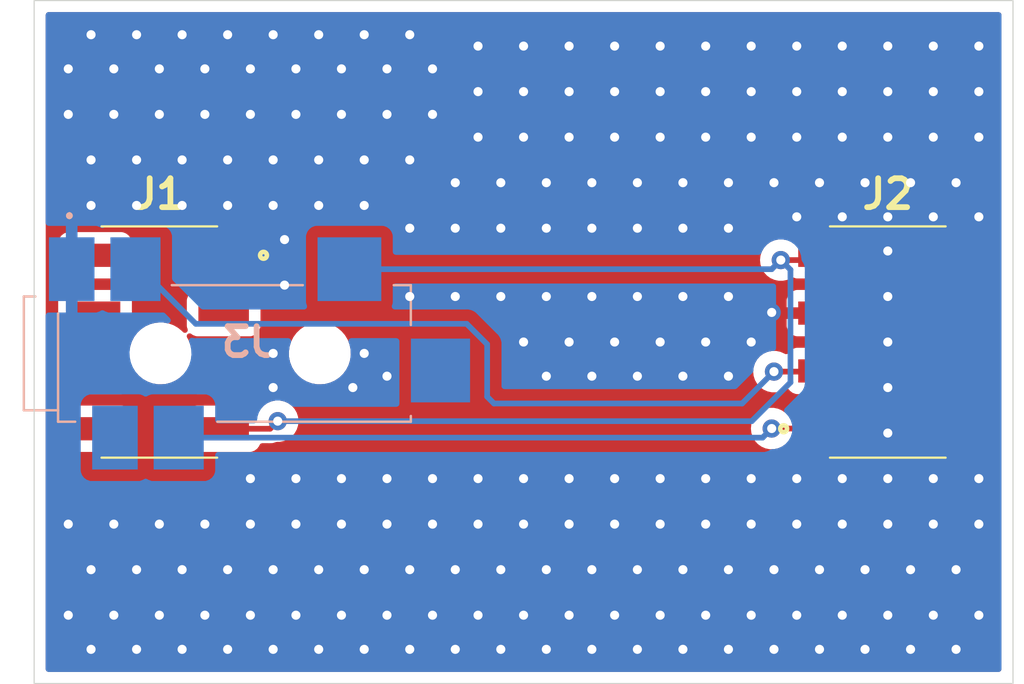
<source format=kicad_pcb>
(kicad_pcb (version 20211014) (generator pcbnew)
  (layers (0 "F.Cu" signal) (31 "B.Cu" signal) (34 "B.Paste" user) (35 "F.Paste" user) (36 "B.SilkS" user "B.Silkscreen") (37 "F.SilkS" user "F.Silkscreen") (38 "B.Mask" user) (39 "F.Mask" user) (44 "Edge.Cuts" user))
  (net 0 "")
  (net 1 "GND")
  (net 2 "+3V3")
  (net 3 "SDA")
  (net 4 "SCL")
  (footprint "BinomicaLabs:SSM-104-XXX-DV" (layer "F.Cu") (at 127 81 90)
    (fp_text reference "J1" (at 6.5 0 180) (layer "F.SilkS") (effects (font (size 1.27 1.27) (thickness 0.254))))
    (fp_text value "M20-8770642R" hide)
    (fp_line (start -5.08 2.54) (end -5.08 -2.54) (layer "F.SilkS") (width 0.1))
    (fp_line (start 5.08 -2.54) (end 5.08 2.54) (layer "F.SilkS") (width 0.1))
    (fp_circle (center 3.81 4.575) (end 3.81 4.625) (layer "F.SilkS") (width 0.2) (fill none))
    (pad "1" smd rect locked (at 3.81 2.825 90) (size 1.02 2.22) (layers "F.Cu" "F.Paste" "F.Mask"))
    (pad "2" smd rect locked (at 3.81 -2.825 90) (size 1.02 2.22) (layers "F.Cu" "F.Paste" "F.Mask"))
    (pad "3" smd rect locked (at 1.27 2.825 90) (size 1.02 2.22) (layers "F.Cu" "F.Paste" "F.Mask"))
    (pad "4" smd rect locked (at 1.27 -2.825 90) (size 1.02 2.22) (layers "F.Cu" "F.Paste" "F.Mask"))
    (pad "5" smd rect locked (at -1.27 2.825 90) (size 1.02 2.22) (layers "F.Cu" "F.Paste" "F.Mask") (net 1 "GND"))
    (pad "6" smd rect locked (at -1.27 -2.825 90) (size 1.02 2.22) (layers "F.Cu" "F.Paste" "F.Mask"))
    (pad "7" smd rect locked (at -3.81 2.825 90) (size 1.02 2.22) (layers "F.Cu" "F.Paste" "F.Mask") (net 2 "+3V3"))
    (pad "8" smd rect locked (at -3.81 -2.825 90) (size 1.02 2.22) (layers "F.Cu" "F.Paste" "F.Mask"))
  )
  (footprint "BinomicaLabs:SSM-104-XXX-DV" (layer "F.Cu") (at 159 81 -90)
    (fp_text reference "J2" (at -6.5 0) (layer "F.SilkS") (effects (font (size 1.27 1.27) (thickness 0.254))))
    (fp_text value "M20-8770642R" hide)
    (fp_line (start -5.08 2.54) (end -5.08 -2.54) (layer "F.SilkS") (width 0.1))
    (fp_line (start 5.08 -2.54) (end 5.08 2.54) (layer "F.SilkS") (width 0.1))
    (fp_circle (center 3.81 4.575) (end 3.81 4.625) (layer "F.SilkS") (width 0.2) (fill none))
    (pad "1" smd rect locked (at 3.81 2.825 270) (size 1.02 2.22) (layers "F.Cu" "F.Paste" "F.Mask") (net 3 "SDA"))
    (pad "2" smd rect locked (at 3.81 -2.825 270) (size 1.02 2.22) (layers "F.Cu" "F.Paste" "F.Mask"))
    (pad "3" smd rect locked (at 1.27 2.825 270) (size 1.02 2.22) (layers "F.Cu" "F.Paste" "F.Mask") (net 4 "SCL"))
    (pad "4" smd rect locked (at 1.27 -2.825 270) (size 1.02 2.22) (layers "F.Cu" "F.Paste" "F.Mask"))
    (pad "5" smd rect locked (at -1.27 2.825 270) (size 1.02 2.22) (layers "F.Cu" "F.Paste" "F.Mask") (net 1 "GND"))
    (pad "6" smd rect locked (at -1.27 -2.825 270) (size 1.02 2.22) (layers "F.Cu" "F.Paste" "F.Mask"))
    (pad "7" smd rect locked (at -3.81 2.825 270) (size 1.02 2.22) (layers "F.Cu" "F.Paste" "F.Mask") (net 2 "+3V3"))
    (pad "8" smd rect locked (at -3.81 -2.825 270) (size 1.02 2.22) (layers "F.Cu" "F.Paste" "F.Mask"))
  )
  (footprint "BinomicaLabs:SJ43514SMTTR" (layer "B.Cu") (at 130.3 81.5)
    (fp_text reference "J3" (at 0.55 -0.5) (layer "B.SilkS") (effects (font (size 1.27 1.27) (thickness 0.254)) (justify mirror)))
    (fp_text value "SJ-43514-SMT-TR" hide)
    (fp_line (start 7.75 -3) (end 7 -3) (layer "B.SilkS") (width 0.1))
    (fp_line (start -7.25 -6) (end -7.25 -6) (layer "B.SilkS") (width 0.2))
    (fp_line (start -9.25 -2.5) (end -9.25 -2.5) (layer "B.SilkS") (width 0.1))
    (fp_line (start -7.75 3) (end -7.75 3) (layer "B.SilkS") (width 0.1))
    (fp_line (start -7.25 -6.1) (end -7.25 -6.1) (layer "B.SilkS") (width 0.2))
    (fp_line (start -9.25 2.5) (end -9.25 2.5) (layer "B.SilkS") (width 0.1))
    (fp_line (start -7.75 -1.75) (end -7.75 3) (layer "B.SilkS") (width 0.1))
    (fp_line (start -7.75 2.5) (end -9.25 2.5) (layer "B.SilkS") (width 0.1))
    (fp_line (start -8.75 -2.5) (end -9.25 -2.5) (layer "B.SilkS") (width 0.1))
    (fp_line (start 7.75 -1.25) (end 7.75 -3) (layer "B.SilkS") (width 0.1))
    (fp_line (start -9.25 2.5) (end -7.75 2.5) (layer "B.SilkS") (width 0.1))
    (fp_line (start -7.25 -6) (end -7.25 -6) (layer "B.SilkS") (width 0.2))
    (fp_line (start -9.25 -2.5) (end -8.75 -2.5) (layer "B.SilkS") (width 0.1))
    (fp_line (start -7.75 -1.75) (end -7.75 -1.75) (layer "B.SilkS") (width 0.1))
    (fp_line (start 7.75 3) (end 7.75 3) (layer "B.SilkS") (width 0.1))
    (fp_line (start -9.25 -2.5) (end -9.25 2.5) (layer "B.SilkS") (width 0.1))
    (fp_line (start 7.75 -1.25) (end 7.75 -1.25) (layer "B.SilkS") (width 0.1))
    (fp_line (start 3 -3) (end -2.75 -3) (layer "B.SilkS") (width 0.1))
    (fp_line (start -9.25 -2.5) (end -9.25 -2.5) (layer "B.SilkS") (width 0.1))
    (fp_line (start 7.75 3) (end 7.75 2.75) (layer "B.SilkS") (width 0.1))
    (fp_line (start -0.75 3) (end 7.75 3) (layer "B.SilkS") (width 0.1))
    (fp_line (start -7 3) (end -7.75 3) (layer "B.SilkS") (width 0.1))
    (fp_line (start -7.75 2.5) (end -7.75 2.5) (layer "B.SilkS") (width 0.1))
    (fp_line (start 7 -3) (end 7.75 -3) (layer "B.SilkS") (width 0.1))
    (fp_line (start -7.75 3) (end -7.75 -1.75) (layer "B.SilkS") (width 0.1))
    (fp_line (start 7.75 -3) (end 7.75 -3) (layer "B.SilkS") (width 0.1))
    (fp_line (start 3 -3) (end 3 -3) (layer "B.SilkS") (width 0.1))
    (fp_line (start 7.75 -3) (end 7.75 -1.25) (layer "B.SilkS") (width 0.1))
    (fp_line (start 7.75 3) (end 7.75 3) (layer "B.SilkS") (width 0.1))
    (fp_line (start 7.75 -3) (end 7.75 -3) (layer "B.SilkS") (width 0.1))
    (fp_line (start -0.75 3) (end -0.75 3) (layer "B.SilkS") (width 0.1))
    (fp_line (start 7.75 2.75) (end 7.75 2.75) (layer "B.SilkS") (width 0.1))
    (fp_line (start 7 -3) (end 7 -3) (layer "B.SilkS") (width 0.1))
    (fp_line (start -2.75 -3) (end -2.75 -3) (layer "B.SilkS") (width 0.1))
    (fp_line (start -7.75 3) (end -7 3) (layer "B.SilkS") (width 0.1))
    (fp_line (start -7 3) (end -7 3) (layer "B.SilkS") (width 0.1))
    (fp_line (start -8.75 -2.5) (end -8.75 -2.5) (layer "B.SilkS") (width 0.1))
    (fp_line (start 7.75 3) (end -0.75 3) (layer "B.SilkS") (width 0.1))
    (fp_line (start -7.75 3) (end -7.75 3) (layer "B.SilkS") (width 0.1))
    (fp_line (start -9.25 2.5) (end -9.25 2.5) (layer "B.SilkS") (width 0.1))
    (fp_line (start -9.25 2.5) (end -9.25 -2.5) (layer "B.SilkS") (width 0.1))
    (fp_line (start 7.75 2.75) (end 7.75 3) (layer "B.SilkS") (width 0.1))
    (fp_line (start -2.75 -3) (end 3 -3) (layer "B.SilkS") (width 0.1))
    (fp_arc (start -7.25 -6.1) (mid -7.2 -6.05) (end -7.25 -6) (layer "B.SilkS") (width 0.2))
    (fp_arc (start -7.25 -6) (mid -7.3 -6.05) (end -7.25 -6.1) (layer "B.SilkS") (width 0.2))
    (fp_arc (start -7.25 -6) (mid -7.3 -6.05) (end -7.25 -6.1) (layer "B.SilkS") (width 0.2))
    (pad "" np_thru_hole circle locked (at 3.75 0) (size 1.7 1.7) (drill 1.7) (layers *.Cu *.Mask))
    (pad "" np_thru_hole circle locked (at -3.25 0) (size 1.7 1.7) (drill 1.7) (layers *.Cu *.Mask))
    (pad "1" smd rect locked (at -7.15 -3.7) (size 2 2.8) (layers "B.Cu" "B.Paste" "B.Mask") (net 1 "GND"))
    (pad "2" smd rect locked (at 5.05 -3.7 270) (size 2.8 2.8) (layers "B.Cu" "B.Paste" "B.Mask") (net 2 "+3V3"))
    (pad "3" smd rect locked (at -2.45 3.7) (size 2.2 2.8) (layers "B.Cu" "B.Paste" "B.Mask") (net 3 "SDA"))
    (pad "4" smd rect locked (at -4.35 -3.7) (size 2.2 2.8) (layers "B.Cu" "B.Paste" "B.Mask") (net 4 "SCL"))
    (pad "5" smd rect locked (at 9.05 0.75) (size 2.6 2.8) (layers "B.Cu" "B.Paste" "B.Mask"))
    (pad "6" smd rect locked (at -5.25 3.7) (size 2 2.8) (layers "B.Cu" "B.Paste" "B.Mask"))
  )
  (gr_rect (start 121.5 66) (end 164.5 96) (layer "Edge.Cuts") (width 0.05) (fill none))
  (via (at 155 70) (size 0.8) (drill 0.4) (layers "F.Cu" "B.Cu") (net 1))
  (via (at 150 76) (size 0.8) (drill 0.4) (layers "F.Cu" "B.Cu") (net 1))
  (via (at 162 91) (size 0.8) (drill 0.4) (layers "F.Cu" "B.Cu") (net 1))
  (via (at 136 94.5) (size 0.8) (drill 0.4) (layers "F.Cu" "B.Cu") (net 1))
  (via (at 126 67.5) (size 0.8) (drill 0.4) (layers "F.Cu" "B.Cu") (net 1))
  (via (at 143 72) (size 0.8) (drill 0.4) (layers "F.Cu" "B.Cu") (net 1))
  (via (at 140 91) (size 0.8) (drill 0.4) (layers "F.Cu" "B.Cu") (net 1))
  (via (at 157 93) (size 0.8) (drill 0.4) (layers "F.Cu" "B.Cu") (net 1))
  (via (at 143 68) (size 0.8) (drill 0.4) (layers "F.Cu" "B.Cu") (net 1))
  (via (at 160 91) (size 0.8) (drill 0.4) (layers "F.Cu" "B.Cu") (net 1))
  (via (at 146 91) (size 0.8) (drill 0.4) (layers "F.Cu" "B.Cu") (net 1))
  (via (at 143 81) (size 0.8) (drill 0.4) (layers "F.Cu" "B.Cu") (net 1))
  (via (at 159 72) (size 0.8) (drill 0.4) (layers "F.Cu" "B.Cu") (net 1))
  (via (at 139 71) (size 0.8) (drill 0.4) (layers "F.Cu" "B.Cu") (net 1))
  (via (at 128 67.5) (size 0.8) (drill 0.4) (layers "F.Cu" "B.Cu") (net 1))
  (via (at 163 89) (size 0.8) (drill 0.4) (layers "F.Cu" "B.Cu") (net 1))
  (via (at 152 74) (size 0.8) (drill 0.4) (layers "F.Cu" "B.Cu") (net 1))
  (via (at 163 87) (size 0.8) (drill 0.4) (layers "F.Cu" "B.Cu") (net 1))
  (via (at 140 79) (size 0.8) (drill 0.4) (layers "F.Cu" "B.Cu") (net 1))
  (via (at 147 70) (size 0.8) (drill 0.4) (layers "F.Cu" "B.Cu") (net 1))
  (via (at 123 71) (size 0.8) (drill 0.4) (layers "F.Cu" "B.Cu") (net 1))
  (via (at 162 74) (size 0.8) (drill 0.4) (layers "F.Cu" "B.Cu") (net 1))
  (via (at 123 69) (size 0.8) (drill 0.4) (layers "F.Cu" "B.Cu") (net 1))
  (via (at 125 89) (size 0.8) (drill 0.4) (layers "F.Cu" "B.Cu") (net 1))
  (via (at 158 91) (size 0.8) (drill 0.4) (layers "F.Cu" "B.Cu") (net 1))
  (via (at 154 74) (size 0.8) (drill 0.4) (layers "F.Cu" "B.Cu") (net 1))
  (via (at 138 67.5) (size 0.8) (drill 0.4) (layers "F.Cu" "B.Cu") (net 1))
  (via (at 137 71) (size 0.8) (drill 0.4) (layers "F.Cu" "B.Cu") (net 1))
  (via (at 161 87) (size 0.8) (drill 0.4) (layers "F.Cu" "B.Cu") (net 1))
  (via (at 128 75) (size 0.8) (drill 0.4) (layers "F.Cu" "B.Cu") (net 1))
  (via (at 159 87) (size 0.8) (drill 0.4) (layers "F.Cu" "B.Cu") (net 1))
  (via (at 150 74) (size 0.8) (drill 0.4) (layers "F.Cu" "B.Cu") (net 1))
  (via (at 137 89) (size 0.8) (drill 0.4) (layers "F.Cu" "B.Cu") (net 1))
  (via (at 124 94.5) (size 0.8) (drill 0.4) (layers "F.Cu" "B.Cu") (net 1))
  (via (at 131 89) (size 0.8) (drill 0.4) (layers "F.Cu" "B.Cu") (net 1))
  (via (at 159 75.5) (size 0.8) (drill 0.4) (layers "F.Cu" "B.Cu") (net 1))
  (via (at 147 68) (size 0.8) (drill 0.4) (layers "F.Cu" "B.Cu") (net 1))
  (via (at 153 87) (size 0.8) (drill 0.4) (layers "F.Cu" "B.Cu") (net 1))
  (via (at 150 79) (size 0.8) (drill 0.4) (layers "F.Cu" "B.Cu") (net 1))
  (via (at 141 89) (size 0.8) (drill 0.4) (layers "F.Cu" "B.Cu") (net 1))
  (via (at 126 91) (size 0.8) (drill 0.4) (layers "F.Cu" "B.Cu") (net 1))
  (via (at 155 68) (size 0.8) (drill 0.4) (layers "F.Cu" "B.Cu") (net 1))
  (via (at 163 68) (size 0.8) (drill 0.4) (layers "F.Cu" "B.Cu") (net 1))
  (via (at 147 87) (size 0.8) (drill 0.4) (layers "F.Cu" "B.Cu") (net 1))
  (via (at 141 93) (size 0.8) (drill 0.4) (layers "F.Cu" "B.Cu") (net 1))
  (via (at 145 87) (size 0.8) (drill 0.4) (layers "F.Cu" "B.Cu") (net 1))
  (via (at 142 76) (size 0.8) (drill 0.4) (layers "F.Cu" "B.Cu") (net 1))
  (via (at 132.5 78.5) (size 0.8) (drill 0.4) (layers "F.Cu" "B.Cu") (net 1))
  (via (at 136 75) (size 0.8) (drill 0.4) (layers "F.Cu" "B.Cu") (net 1))
  (via (at 146 76) (size 0.8) (drill 0.4) (layers "F.Cu" "B.Cu") (net 1))
  (via (at 130 75) (size 0.8) (drill 0.4) (layers "F.Cu" "B.Cu") (net 1))
  (via (at 140 76) (size 0.8) (drill 0.4) (layers "F.Cu" "B.Cu") (net 1))
  (via (at 137 69) (size 0.8) (drill 0.4) (layers "F.Cu" "B.Cu") (net 1))
  (via (at 150 82.5) (size 0.8) (drill 0.4) (layers "F.Cu" "B.Cu") (net 1))
  (via (at 145 93) (size 0.8) (drill 0.4) (layers "F.Cu" "B.Cu") (net 1))
  (via (at 159 85) (size 0.8) (drill 0.4) (layers "F.Cu" "B.Cu") (net 1))
  (via (at 153.9 79.7) (size 0.8) (drill 0.4) (layers "F.Cu" "B.Cu") (net 1))
  (via (at 153 93) (size 0.8) (drill 0.4) (layers "F.Cu" "B.Cu") (net 1))
  (via (at 149 72) (size 0.8) (drill 0.4) (layers "F.Cu" "B.Cu") (net 1))
  (via (at 138 91) (size 0.8) (drill 0.4) (layers "F.Cu" "B.Cu") (net 1))
  (via (at 157 68) (size 0.8) (drill 0.4) (layers "F.Cu" "B.Cu") (net 1))
  (via (at 147 72) (size 0.8) (drill 0.4) (layers "F.Cu" "B.Cu") (net 1))
  (via (at 131 87) (size 0.8) (drill 0.4) (layers "F.Cu" "B.Cu") (net 1))
  (via (at 145 68) (size 0.8) (drill 0.4) (layers "F.Cu" "B.Cu") (net 1))
  (via (at 146 94.5) (size 0.8) (drill 0.4) (layers "F.Cu" "B.Cu") (net 1))
  (via (at 129 69) (size 0.8) (drill 0.4) (layers "F.Cu" "B.Cu") (net 1))
  (via (at 132 75) (size 0.8) (drill 0.4) (layers "F.Cu" "B.Cu") (net 1))
  (via (at 159 70) (size 0.8) (drill 0.4) (layers "F.Cu" "B.Cu") (net 1))
  (via (at 155 89) (size 0.8) (drill 0.4) (layers "F.Cu" "B.Cu") (net 1))
  (via (at 151 72) (size 0.8) (drill 0.4) (layers "F.Cu" "B.Cu") (net 1))
  (via (at 141 68) (size 0.8) (drill 0.4) (layers "F.Cu" "B.Cu") (net 1))
  (via (at 154 91) (size 0.8) (drill 0.4) (layers "F.Cu" "B.Cu") (net 1))
  (via (at 157 87) (size 0.8) (drill 0.4) (layers "F.Cu" "B.Cu") (net 1))
  (via (at 152 94.5) (size 0.8) (drill 0.4) (layers "F.Cu" "B.Cu") (net 1))
  (via (at 124 75) (size 0.8) (drill 0.4) (layers "F.Cu" "B.Cu") (net 1))
  (via (at 136 81.5) (size 0.8) (drill 0.4) (layers "F.Cu" "B.Cu") (net 1))
  (via (at 131 69) (size 0.8) (drill 0.4) (layers "F.Cu" "B.Cu") (net 1))
  (via (at 162 94.5) (size 0.8) (drill 0.4) (layers "F.Cu" "B.Cu") (net 1))
  (via (at 149 87) (size 0.8) (drill 0.4) (layers "F.Cu" "B.Cu") (net 1))
  (via (at 134 67.5) (size 0.8) (drill 0.4) (layers "F.Cu" "B.Cu") (net 1))
  (via (at 155 75.5) (size 0.8) (drill 0.4) (layers "F.Cu" "B.Cu") (net 1))
  (via (at 138 79) (size 0.8) (drill 0.4) (layers "F.Cu" "B.Cu") (net 1))
  (via (at 132 67.5) (size 0.8) (drill 0.4) (layers "F.Cu" "B.Cu") (net 1))
  (via (at 161 75.5) (size 0.8) (drill 0.4) (layers "F.Cu" "B.Cu") (net 1))
  (via (at 149 81) (size 0.8) (drill 0.4) (layers "F.Cu" "B.Cu") (net 1))
  (via (at 135.5 83) (size 0.8) (drill 0.4) (layers "F.Cu" "B.Cu") (net 1))
  (via (at 153 81) (size 0.8) (drill 0.4) (layers "F.Cu" "B.Cu") (net 1))
  (via (at 153 89) (size 0.8) (drill 0.4) (layers "F.Cu" "B.Cu") (net 1))
  (via (at 155 72) (size 0.8) (drill 0.4) (layers "F.Cu" "B.Cu") (net 1))
  (via (at 140 74) (size 0.8) (drill 0.4) (layers "F.Cu" "B.Cu") (net 1))
  (via (at 125 69) (size 0.8) (drill 0.4) (layers "F.Cu" "B.Cu") (net 1))
  (via (at 142 91) (size 0.8) (drill 0.4) (layers "F.Cu" "B.Cu") (net 1))
  (via (at 157 75.5) (size 0.8) (drill 0.4) (layers "F.Cu" "B.Cu") (net 1))
  (via (at 133 87) (size 0.8) (drill 0.4) (layers "F.Cu" "B.Cu") (net 1))
  (via (at 129 89) (size 0.8) (drill 0.4) (layers "F.Cu" "B.Cu") (net 1))
  (via (at 160 74) (size 0.8) (drill 0.4) (layers "F.Cu" "B.Cu") (net 1))
  (via (at 134 73) (size 0.8) (drill 0.4) (layers "F.Cu" "B.Cu") (net 1))
  (via (at 159 89) (size 0.8) (drill 0.4) (layers "F.Cu" "B.Cu") (net 1))
  (via (at 157 70) (size 0.8) (drill 0.4) (layers "F.Cu" "B.Cu") (net 1))
  (via (at 137 87) (size 0.8) (drill 0.4) (layers "F.Cu" "B.Cu") (net 1))
  (via (at 163 75.5) (size 0.8) (drill 0.4) (layers "F.Cu" "B.Cu") (net 1))
  (via (at 129 93) (size 0.8) (drill 0.4) (layers "F.Cu" "B.Cu") (net 1))
  (via (at 148 79) (size 0.8) (drill 0.4) (layers "F.Cu" "B.Cu") (net 1))
  (via (at 127 93) (size 0.8) (drill 0.4) (layers "F.Cu" "B.Cu") (net 1))
  (via (at 136 91) (size 0.8) (drill 0.4) (layers "F.Cu" "B.Cu") (net 1))
  (via (at 152 82.5) (size 0.8) (drill 0.4) (layers "F.Cu" "B.Cu") (net 1))
  (via (at 139 87) (size 0.8) (drill 0.4) (layers "F.Cu" "B.Cu") (net 1))
  (via (at 127 89) (size 0.8) (drill 0.4) (layers "F.Cu" "B.Cu") (net 1))
  (via (at 125 71) (size 0.8) (drill 0.4) (layers "F.Cu" "B.Cu") (net 1))
  (via (at 143 93) (size 0.8) (drill 0.4) (layers "F.Cu" "B.Cu") (net 1))
  (via (at 153 70) (size 0.8) (drill 0.4) (layers "F.Cu" "B.Cu") (net 1))
  (via (at 145 72) (size 0.8) (drill 0.4) (layers "F.Cu" "B.Cu") (net 1))
  (via (at 129 71) (size 0.8) (drill 0.4) (layers "F.Cu" "B.Cu") (net 1))
  (via (at 145 70) (size 0.8) (drill 0.4) (layers "F.Cu" "B.Cu") (net 1))
  (via (at 157 89) (size 0.8) (drill 0.4) (layers "F.Cu" "B.Cu") (net 1))
  (via (at 131 71) (size 0.8) (drill 0.4) (layers "F.Cu" "B.Cu") (net 1))
  (via (at 150 91) (size 0.8) (drill 0.4) (layers "F.Cu" "B.Cu") (net 1))
  (via (at 155 87) (size 0.8) (drill 0.4) (layers "F.Cu" "B.Cu") (net 1))
  (via (at 130 94.5) (size 0.8) (drill 0.4) (layers "F.Cu" "B.Cu") (net 1))
  (via (at 158 74) (size 0.8) (drill 0.4) (layers "F.Cu" "B.Cu") (net 1))
  (via (at 153 72) (size 0.8) (drill 0.4) (layers "F.Cu" "B.Cu") (net 1))
  (via (at 143 87) (size 0.8) (drill 0.4) (layers "F.Cu" "B.Cu") (net 1))
  (via (at 133 71) (size 0.8) (drill 0.4) (layers "F.Cu" "B.Cu") (net 1))
  (via (at 135 87) (size 0.8) (drill 0.4) (layers "F.Cu" "B.Cu") (net 1))
  (via (at 123 89) (size 0.8) (drill 0.4) (layers "F.Cu" "B.Cu") (net 1))
  (via (at 150 94.5) (size 0.8) (drill 0.4) (layers "F.Cu" "B.Cu") (net 1))
  (via (at 151 81) (size 0.8) (drill 0.4) (layers "F.Cu" "B.Cu") (net 1))
  (via (at 144 79) (size 0.8) (drill 0.4) (layers "F.Cu" "B.Cu") (net 1))
  (via (at 163 72) (size 0.8) (drill 0.4) (layers "F.Cu" "B.Cu") (net 1))
  (via (at 148 74) (size 0.8) (drill 0.4) (layers "F.Cu" "B.Cu") (net 1))
  (via (at 159 77) (size 0.8) (drill 0.4) (layers "F.Cu" "B.Cu") (net 1))
  (via (at 155 93) (size 0.8) (drill 0.4) (layers "F.Cu" "B.Cu") (net 1))
  (via (at 148 76) (size 0.8) (drill 0.4) (layers "F.Cu" "B.Cu") (net 1))
  (via (at 134 75) (size 0.8) (drill 0.4) (layers "F.Cu" "B.Cu") (net 1))
  (via (at 126 75) (size 0.8) (drill 0.4) (layers "F.Cu" "B.Cu") (net 1))
  (via (at 127 71) (size 0.8) (drill 0.4) (layers "F.Cu" "B.Cu") (net 1))
  (via (at 160 94.5) (size 0.8) (drill 0.4) (layers "F.Cu" "B.Cu") (net 1))
  (via (at 161 93) (size 0.8) (drill 0.4) (layers "F.Cu" "B.Cu") (net 1))
  (via (at 128 91) (size 0.8) (drill 0.4) (layers "F.Cu" "B.Cu") (net 1))
  (via (at 124 73) (size 0.8) (drill 0.4) (layers "F.Cu" "B.Cu") (net 1))
  (via (at 159 79) (size 0.8) (drill 0.4) (layers "F.Cu" "B.Cu") (net 1))
  (via (at 142 79) (size 0.8) (drill 0.4) (layers "F.Cu" "B.Cu") (net 1))
  (via (at 132 73) (size 0.8) (drill 0.4) (layers "F.Cu" "B.Cu") (net 1))
  (via (at 152 76) (size 0.8) (drill 0.4) (layers "F.Cu" "B.Cu") (net 1))
  (via (at 149 70) (size 0.8) (drill 0.4) (layers "F.Cu" "B.Cu") (net 1))
  (via (at 161 72) (size 0.8) (drill 0.4) (layers "F.Cu" "B.Cu") (net 1))
  (via (at 159 68) (size 0.8) (drill 0.4) (layers "F.Cu" "B.Cu") (net 1))
  (via (at 124 67.5) (size 0.8) (drill 0.4) (layers "F.Cu" "B.Cu") (net 1))
  (via (at 149 93) (size 0.8) (drill 0.4) (layers "F.Cu" "B.Cu") (net 1))
  (via (at 126 73) (size 0.8) (drill 0.4) (layers "F.Cu" "B.Cu") (net 1))
  (via (at 156 74) (size 0.8) (drill 0.4) (layers "F.Cu" "B.Cu") (net 1))
  (via (at 144 74) (size 0.8) (drill 0.4) (layers "F.Cu" "B.Cu") (net 1))
  (via (at 144 94.5) (size 0.8) (drill 0.4) (layers "F.Cu" "B.Cu") (net 1))
  (via (at 139 93) (size 0.8) (drill 0.4) (layers "F.Cu" "B.Cu") (net 1))
  (via (at 132 81.5) (size 0.8) (drill 0.4) (layers "F.Cu" "B.Cu") (net 1))
  (via (at 152 91) (size 0.8) (drill 0.4) (layers "F.Cu" "B.Cu") (net 1))
  (via (at 148 94.5) (size 0.8) (drill 0.4) (layers "F.Cu" "B.Cu") (net 1))
  (via (at 136 67.5) (size 0.8) (drill 0.4) (layers "F.Cu" "B.Cu") (net 1))
  (via (at 163 70) (size 0.8) (drill 0.4) (layers "F.Cu" "B.Cu") (net 1))
  (via (at 145 81) (size 0.8) (drill 0.4) (layers "F.Cu" "B.Cu") (net 1))
  (via (at 132 94.5) (size 0.8) (drill 0.4) (layers "F.Cu" "B.Cu") (net 1))
  (via (at 133 69) (size 0.8) (drill 0.4) (layers "F.Cu" "B.Cu") (net 1))
  (via (at 144 76) (size 0.8) (drill 0.4) (layers "F.Cu" "B.Cu") (net 1))
  (via (at 148 91) (size 0.8) (drill 0.4) (layers "F.Cu" "B.Cu") (net 1))
  (via (at 144 91) (size 0.8) (drill 0.4) (layers "F.Cu" "B.Cu") (net 1))
  (via (at 138 94.5) (size 0.8) (drill 0.4) (layers "F.Cu" "B.Cu") (net 1))
  (via (at 123 93) (size 0.8) (drill 0.4) (layers "F.Cu" "B.Cu") (net 1))
  (via (at 136 73) (size 0.8) (drill 0.4) (layers "F.Cu" "B.Cu") (net 1))
  (via (at 143 70) (size 0.8) (drill 0.4) (layers "F.Cu" "B.Cu") (net 1))
  (via (at 159 81) (size 0.8) (drill 0.4) (layers "F.Cu" "B.Cu") (net 1))
  (via (at 127 69) (size 0.8) (drill 0.4) (layers "F.Cu" "B.Cu") (net 1))
  (via (at 135 71) (size 0.8) (drill 0.4) (layers "F.Cu" "B.Cu") (net 1))
  (via (at 161 70) (size 0.8) (drill 0.4) (layers "F.Cu" "B.Cu") (net 1))
  (via (at 131 93) (size 0.8) (drill 0.4) (layers "F.Cu" "B.Cu") (net 1))
  (via (at 142 74) (size 0.8) (drill 0.4) (layers "F.Cu" "B.Cu") (net 1))
  (via (at 149 68) (size 0.8) (drill 0.4) (layers "F.Cu" "B.Cu") (net 1))
  (via (at 151 89) (size 0.8) (drill 0.4) (layers "F.Cu" "B.Cu") (net 1))
  (via (at 130 67.5) (size 0.8) (drill 0.4) (layers "F.Cu" "B.Cu") (net 1))
  (via (at 128 94.5) (size 0.8) (drill 0.4) (layers "F.Cu" "B.Cu") (net 1))
  (via (at 138 73) (size 0.8) (drill 0.4) (layers "F.Cu" "B.Cu") (net 1))
  (via (at 133 93) (size 0.8) (drill 0.4) (layers "F.Cu" "B.Cu") (net 1))
  (via (at 161 68) (size 0.8) (drill 0.4) (layers "F.Cu" "B.Cu") (net 1))
  (via (at 139 89) (size 0.8) (drill 0.4) (layers "F.Cu" "B.Cu") (net 1))
  (via (at 148 82.5) (size 0.8) (drill 0.4) (layers "F.Cu" "B.Cu") (net 1))
  (via (at 134 94.5) (size 0.8) (drill 0.4) (layers "F.Cu" "B.Cu") (net 1))
  (via (at 142 94.5) (size 0.8) (drill 0.4) (layers "F.Cu" "B.Cu") (net 1))
  (via (at 156 91) (size 0.8) (drill 0.4) (layers "F.Cu" "B.Cu") (net 1))
  (via (at 139 69) (size 0.8) (drill 0.4) (layers "F.Cu" "B.Cu") (net 1))
  (via (at 159 93) (size 0.8) (drill 0.4) (layers "F.Cu" "B.Cu") (net 1))
  (via (at 147 89) (size 0.8) (drill 0.4) (layers "F.Cu" "B.Cu") (net 1))
  (via (at 124 91) (size 0.8) (drill 0.4) (layers "F.Cu" "B.Cu") (net 1))
  (via (at 144 82.5) (size 0.8) (drill 0.4) (layers "F.Cu" "B.Cu") (net 1))
  (via (at 152 79) (size 0.8) (drill 0.4) (layers "F.Cu" "B.Cu") (net 1))
  (via (at 141 87) (size 0.8) (drill 0.4) (layers "F.Cu" "B.Cu") (net 1))
  (via (at 161 89) (size 0.8) (drill 0.4) (layers "F.Cu" "B.Cu") (net 1))
  (via (at 151 68) (size 0.8) (drill 0.4) (layers "F.Cu" "B.Cu") (net 1))
  (via (at 159 83) (size 0.8) (drill 0.4) (layers "F.Cu" "B.Cu") (net 1))
  (via (at 130 91) (size 0.8) (drill 0.4) (layers "F.Cu" "B.Cu") (net 1))
  (via (at 147 81) (size 0.8) (drill 0.4) (layers "F.Cu" "B.Cu") (net 1))
  (via (at 149 89) (size 0.8) (drill 0.4) (layers "F.Cu" "B.Cu") (net 1))
  (via (at 140 94.5) (size 0.8) (drill 0.4) (layers "F.Cu" "B.Cu") (net 1))
  (via (at 125 93) (size 0.8) (drill 0.4) (layers "F.Cu" "B.Cu") (net 1))
  (via (at 146 79) (size 0.8) (drill 0.4) (layers "F.Cu" "B.Cu") (net 1))
  (via (at 141 70) (size 0.8) (drill 0.4) (layers "F.Cu" "B.Cu") (net 1))
  (via (at 154 94.5) (size 0.8) (drill 0.4) (layers "F.Cu" "B.Cu") (net 1))
  (via (at 157 72) (size 0.8) (drill 0.4) (layers "F.Cu" "B.Cu") (net 1))
  (via (at 163 93) (size 0.8) (drill 0.4) (layers "F.Cu" "B.Cu") (net 1))
  (via (at 126 94.5) (size 0.8) (drill 0.4) (layers "F.Cu" "B.Cu") (net 1))
  (via (at 132.5 76.5) (size 0.8) (drill 0.4) (layers "F.Cu" "B.Cu") (net 1))
  (via (at 132 91) (size 0.8) (drill 0.4) (layers "F.Cu" "B.Cu") (net 1))
  (via (at 135 93) (size 0.8) (drill 0.4) (layers "F.Cu" "B.Cu") (net 1))
  (via (at 137 82.5) (size 0.8) (drill 0.4) (layers "F.Cu" "B.Cu") (net 1))
  (via (at 141 72) (size 0.8) (drill 0.4) (layers "F.Cu" "B.Cu") (net 1))
  (via (at 153 68) (size 0.8) (drill 0.4) (layers "F.Cu" "B.Cu") (net 1))
  (via (at 138 76) (size 0.8) (drill 0.4) (layers "F.Cu" "B.Cu") (net 1))
  (via (at 128 73) (size 0.8) (drill 0.4) (layers "F.Cu" "B.Cu") (net 1))
  (via (at 145 89) (size 0.8) (drill 0.4) (layers "F.Cu" "B.Cu") (net 1))
  (via (at 133 89) (size 0.8) (drill 0.4) (layers "F.Cu" "B.Cu") (net 1))
  (via (at 130 73) (size 0.8) (drill 0.4) (layers "F.Cu" "B.Cu") (net 1))
  (via (at 151 93) (size 0.8) (drill 0.4) (layers "F.Cu" "B.Cu") (net 1))
  (via (at 137 93) (size 0.8) (drill 0.4) (layers "F.Cu" "B.Cu") (net 1))
  (via (at 132 83) (size 0.8) (drill 0.4) (layers "F.Cu" "B.Cu") (net 1))
  (via (at 158 94.5) (size 0.8) (drill 0.4) (layers "F.Cu" "B.Cu") (net 1))
  (via (at 134 91) (size 0.8) (drill 0.4) (layers "F.Cu" "B.Cu") (net 1))
  (via (at 135 89) (size 0.8) (drill 0.4) (layers "F.Cu" "B.Cu") (net 1))
  (via (at 143 89) (size 0.8) (drill 0.4) (layers "F.Cu" "B.Cu") (net 1))
  (via (at 156 94.5) (size 0.8) (drill 0.4) (layers "F.Cu" "B.Cu") (net 1))
  (via (at 146 82.5) (size 0.8) (drill 0.4) (layers "F.Cu" "B.Cu") (net 1))
  (via (at 151 87) (size 0.8) (drill 0.4) (layers "F.Cu" "B.Cu") (net 1))
  (via (at 147 93) (size 0.8) (drill 0.4) (layers "F.Cu" "B.Cu") (net 1))
  (via (at 135 69) (size 0.8) (drill 0.4) (layers "F.Cu" "B.Cu") (net 1))
  (via (at 146 74) (size 0.8) (drill 0.4) (layers "F.Cu" "B.Cu") (net 1))
  (via (at 151 70) (size 0.8) (drill 0.4) (layers "F.Cu" "B.Cu") (net 1))
  (segment (start 154.3 77.4) (end 155.965 77.4) (width 0.25) (layer "F.Cu") (net 2))
  (segment (start 131.8655 84.81) (end 129.825 84.81) (width 0.25) (layer "F.Cu") (net 2))
  (segment (start 155.965 77.4) (end 156.175 77.19) (width 0.25) (layer "F.Cu") (net 2))
  (segment (start 132.2 84.4755) (end 131.8655 84.81) (width 0.25) (layer "F.Cu") (net 2))
  (via (at 154.3 77.4) (size 0.8) (drill 0.4) (layers "F.Cu" "B.Cu") (net 2))
  (via (at 132.2 84.4755) (size 0.8) (drill 0.4) (layers "F.Cu" "B.Cu") (net 2))
  (segment (start 153.0245 84.4755) (end 154.724511 82.775489) (width 0.25) (layer "B.Cu") (net 2))
  (segment (start 153.9 77.8) (end 135.35 77.8) (width 0.25) (layer "B.Cu") (net 2))
  (segment (start 132.2 84.4755) (end 153.0245 84.4755) (width 0.25) (layer "B.Cu") (net 2))
  (segment (start 154.3 77.4) (end 153.9 77.8) (width 0.25) (layer "B.Cu") (net 2))
  (segment (start 154.724511 82.775489) (end 154.724511 77.824511) (width 0.25) (layer "B.Cu") (net 2))
  (segment (start 154.724511 77.824511) (end 154.3 77.4) (width 0.25) (layer "B.Cu") (net 2))
  (segment (start 153.9 84.8) (end 156.165 84.8) (width 0.25) (layer "F.Cu") (net 3))
  (segment (start 156.165 84.8) (end 156.175 84.81) (width 0.25) (layer "F.Cu") (net 3))
  (via (at 153.9 84.8) (size 0.8) (drill 0.4) (layers "F.Cu" "B.Cu") (net 3))
  (segment (start 127.85 85.2) (end 153.5 85.2) (width 0.25) (layer "B.Cu") (net 3))
  (segment (start 153.5 85.2) (end 153.9 84.8) (width 0.25) (layer "B.Cu") (net 3))
  (segment (start 154 82.3) (end 156.145 82.3) (width 0.25) (layer "F.Cu") (net 4))
  (segment (start 156.145 82.3) (end 156.175 82.27) (width 0.25) (layer "F.Cu") (net 4))
  (via (at 154 82.3) (size 0.8) (drill 0.4) (layers "F.Cu" "B.Cu") (net 4))
  (segment (start 141.4 83.4) (end 141.7 83.7) (width 0.25) (layer "B.Cu") (net 4))
  (segment (start 140.5 80.2) (end 141.4 81.1) (width 0.25) (layer "B.Cu") (net 4))
  (segment (start 152.6 83.7) (end 154 82.3) (width 0.25) (layer "B.Cu") (net 4))
  (segment (start 125.95 77.8) (end 126.2 77.8) (width 0.25) (layer "B.Cu") (net 4))
  (segment (start 141.7 83.7) (end 152.6 83.7) (width 0.25) (layer "B.Cu") (net 4))
  (segment (start 141.4 81.1) (end 141.4 83.4) (width 0.25) (layer "B.Cu") (net 4))
  (segment (start 126.2 77.8) (end 128.6 80.2) (width 0.25) (layer "B.Cu") (net 4))
  (segment (start 128.6 80.2) (end 140.5 80.2) (width 0.25) (layer "B.Cu") (net 4))
  (zone (net 1) (net_name "GND") (layer "F.Cu") (connect_pads (clearance 0.508)) (min_thickness 0.254) (fill yes (thermal_gap 0.508) (thermal_bridge_width 0.508))
    (polygon (pts (xy 165 96) (xy 121 96) (xy 121 66) (xy 165 66)))
  )
  (zone (net 1) (net_name "GND") (layer "B.Cu") (connect_pads (clearance 0.508)) (min_thickness 0.254) (fill yes (thermal_gap 0.508) (thermal_bridge_width 0.508))
    (polygon (pts (xy 165 96) (xy 121 96) (xy 121 66) (xy 165 66)))
  )
  (zone (net 1) (net_name "GND") (layer "B.Cu") (connect_pads (clearance 0.508)) (min_thickness 0.254) (fill yes (thermal_gap 0.508) (thermal_bridge_width 0.508))
    (polygon (pts (xy 165 96) (xy 121 96) (xy 121 66) (xy 165 66)))
  )
)
</source>
